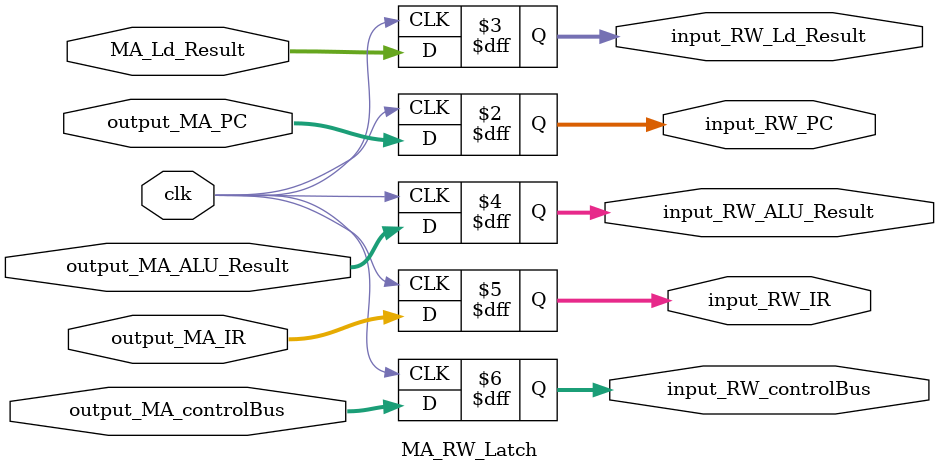
<source format=v>
module MA_RW_Latch(
    input clk,
    input [31:0] output_MA_PC,
    input [31:0] output_MA_ALU_Result,
    input [31:0] output_MA_IR,
    input [21:0] output_MA_controlBus,
    input [31:0] MA_Ld_Result,
    output reg [31:0] input_RW_PC,
    output reg [31:0] input_RW_Ld_Result,
    output reg [31:0] input_RW_ALU_Result,
    output reg [31:0] input_RW_IR,
    output reg [21:0] input_RW_controlBus
    
);

    always @( negedge clk) begin

        input_RW_PC <= output_MA_PC;
        input_RW_Ld_Result <=MA_Ld_Result;
        input_RW_ALU_Result <=output_MA_ALU_Result;
        input_RW_IR <= output_MA_IR;
        input_RW_controlBus <= output_MA_controlBus;
        
    end


endmodule
</source>
